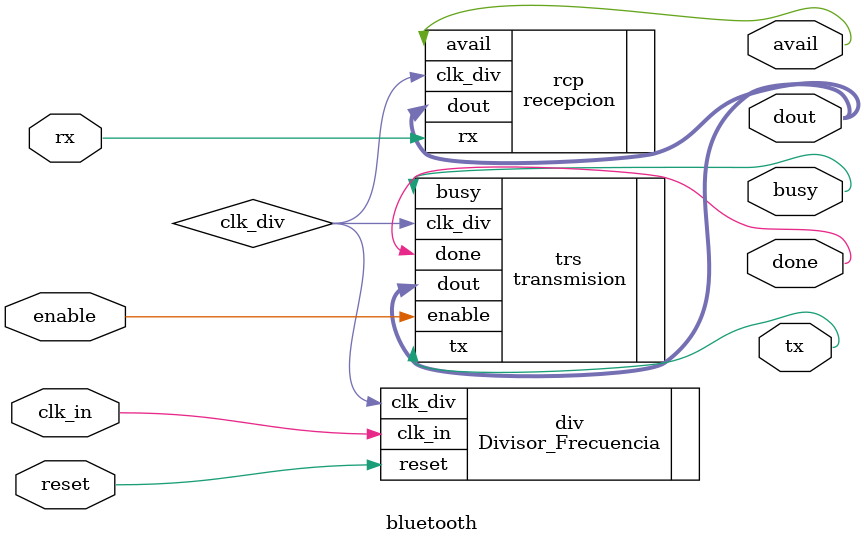
<source format=v>
module bluetooth(input rx,
                 output avail, 
                 input clk_in,
                 input reset,
                 output [7:0] dout,
                 input enable,
                 output busy,
                 output done,
                 output tx);



wire clk_div;
Divisor_Frecuencia div(.clk_in(clk_in), .clk_div(clk_div), .reset(reset));

recepcion rcp(.rx(rx),.avail(avail),.dout(dout),.clk_div(clk_div));

transmision trs(.enable(enable),.dout(dout),.busy(busy),.done(done),.clk_div(clk_div),.tx(tx));


endmodule



</source>
